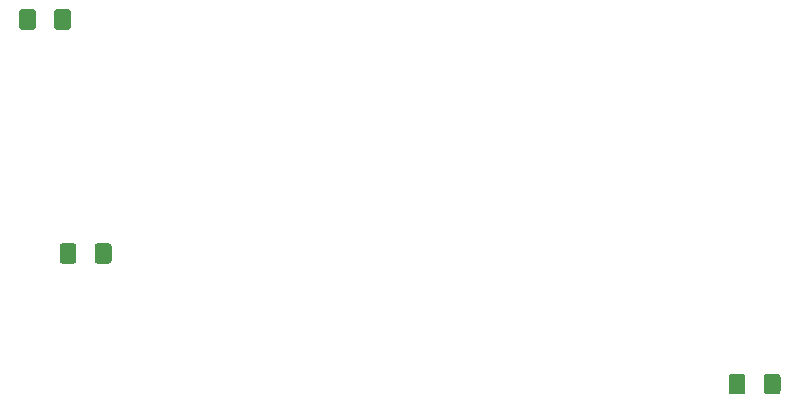
<source format=gbr>
G04 #@! TF.GenerationSoftware,KiCad,Pcbnew,(5.1.6-0-10_14)*
G04 #@! TF.CreationDate,2021-01-01T23:17:05+01:00*
G04 #@! TF.ProjectId,proc_board,70726f63-5f62-46f6-9172-642e6b696361,rev?*
G04 #@! TF.SameCoordinates,Original*
G04 #@! TF.FileFunction,Paste,Bot*
G04 #@! TF.FilePolarity,Positive*
%FSLAX46Y46*%
G04 Gerber Fmt 4.6, Leading zero omitted, Abs format (unit mm)*
G04 Created by KiCad (PCBNEW (5.1.6-0-10_14)) date 2021-01-01 23:17:05*
%MOMM*%
%LPD*%
G01*
G04 APERTURE LIST*
G04 APERTURE END LIST*
G04 #@! TO.C,C5*
G36*
G01*
X4204000Y52842000D02*
X4204000Y54092000D01*
G75*
G02*
X4454000Y54342000I250000J0D01*
G01*
X5379000Y54342000D01*
G75*
G02*
X5629000Y54092000I0J-250000D01*
G01*
X5629000Y52842000D01*
G75*
G02*
X5379000Y52592000I-250000J0D01*
G01*
X4454000Y52592000D01*
G75*
G02*
X4204000Y52842000I0J250000D01*
G01*
G37*
G36*
G01*
X1229000Y52842000D02*
X1229000Y54092000D01*
G75*
G02*
X1479000Y54342000I250000J0D01*
G01*
X2404000Y54342000D01*
G75*
G02*
X2654000Y54092000I0J-250000D01*
G01*
X2654000Y52842000D01*
G75*
G02*
X2404000Y52592000I-250000J0D01*
G01*
X1479000Y52592000D01*
G75*
G02*
X1229000Y52842000I0J250000D01*
G01*
G37*
G04 #@! TD*
G04 #@! TO.C,C2*
G36*
G01*
X7633000Y33030000D02*
X7633000Y34280000D01*
G75*
G02*
X7883000Y34530000I250000J0D01*
G01*
X8808000Y34530000D01*
G75*
G02*
X9058000Y34280000I0J-250000D01*
G01*
X9058000Y33030000D01*
G75*
G02*
X8808000Y32780000I-250000J0D01*
G01*
X7883000Y32780000D01*
G75*
G02*
X7633000Y33030000I0J250000D01*
G01*
G37*
G36*
G01*
X4658000Y33030000D02*
X4658000Y34280000D01*
G75*
G02*
X4908000Y34530000I250000J0D01*
G01*
X5833000Y34530000D01*
G75*
G02*
X6083000Y34280000I0J-250000D01*
G01*
X6083000Y33030000D01*
G75*
G02*
X5833000Y32780000I-250000J0D01*
G01*
X4908000Y32780000D01*
G75*
G02*
X4658000Y33030000I0J250000D01*
G01*
G37*
G04 #@! TD*
G04 #@! TO.C,C3*
G36*
G01*
X62725000Y23231000D02*
X62725000Y21981000D01*
G75*
G02*
X62475000Y21731000I-250000J0D01*
G01*
X61550000Y21731000D01*
G75*
G02*
X61300000Y21981000I0J250000D01*
G01*
X61300000Y23231000D01*
G75*
G02*
X61550000Y23481000I250000J0D01*
G01*
X62475000Y23481000D01*
G75*
G02*
X62725000Y23231000I0J-250000D01*
G01*
G37*
G36*
G01*
X65700000Y23231000D02*
X65700000Y21981000D01*
G75*
G02*
X65450000Y21731000I-250000J0D01*
G01*
X64525000Y21731000D01*
G75*
G02*
X64275000Y21981000I0J250000D01*
G01*
X64275000Y23231000D01*
G75*
G02*
X64525000Y23481000I250000J0D01*
G01*
X65450000Y23481000D01*
G75*
G02*
X65700000Y23231000I0J-250000D01*
G01*
G37*
G04 #@! TD*
M02*

</source>
